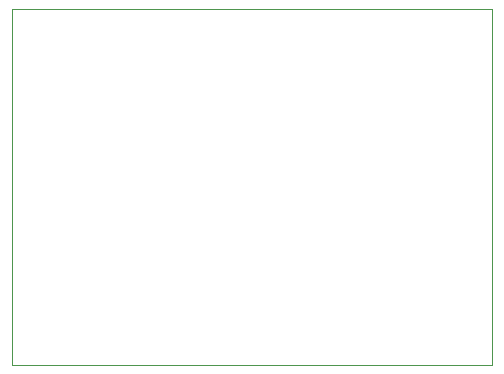
<source format=gbr>
G04 EAGLE Gerber X2 export*
G04 #@! %TF.Part,Single*
G04 #@! %TF.FileFunction,Profile,NP*
G04 #@! %TF.FilePolarity,Positive*
G04 #@! %TF.GenerationSoftware,Autodesk,EAGLE,9.0.0*
G04 #@! %TF.CreationDate,2019-08-08T19:06:36Z*
G75*
%MOMM*%
%FSLAX34Y34*%
%LPD*%
%AMOC8*
5,1,8,0,0,1.08239X$1,22.5*%
G01*
%ADD10C,0.000000*%


D10*
X0Y0D02*
X406200Y0D01*
X406200Y301500D01*
X0Y301500D01*
X0Y0D01*
M02*

</source>
